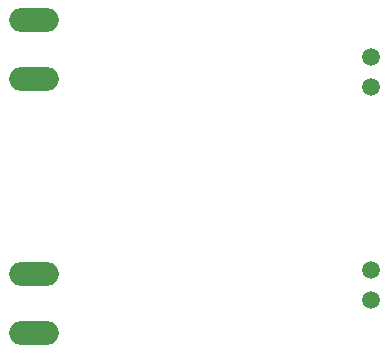
<source format=gbr>
%TF.GenerationSoftware,Altium Limited,Altium Designer,24.7.2 (38)*%
G04 Layer_Physical_Order=2*
G04 Layer_Color=16711680*
%FSLAX43Y43*%
%MOMM*%
%TF.SameCoordinates,E959DE18-6F16-491B-AE1F-B8F7C51A02EC*%
%TF.FilePolarity,Positive*%
%TF.FileFunction,Copper,L2,Bot,Signal*%
%TF.Part,Single*%
G01*
G75*
%TA.AperFunction,ComponentPad*%
%ADD17O,4.200X2.000*%
%ADD18C,1.500*%
D17*
X-4500Y-8250D02*
D03*
Y-13250D02*
D03*
Y8250D02*
D03*
Y13250D02*
D03*
D18*
X24000Y-10500D02*
D03*
Y-7960D02*
D03*
X24000Y7551D02*
D03*
Y10091D02*
D03*
%TF.MD5,d08b71c634fd2c3fe399e42fc28aac99*%
M02*

</source>
